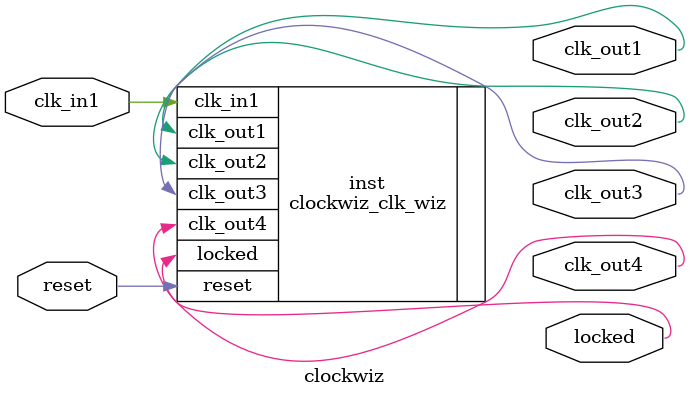
<source format=v>


`timescale 1ps/1ps

(* CORE_GENERATION_INFO = "clockwiz,clk_wiz_v6_0_5_0_0,{component_name=clockwiz,use_phase_alignment=true,use_min_o_jitter=true,use_max_i_jitter=false,use_dyn_phase_shift=false,use_inclk_switchover=false,use_dyn_reconfig=false,enable_axi=0,feedback_source=FDBK_AUTO,PRIMITIVE=PLL,num_out_clk=4,clkin1_period=5.000,clkin2_period=10.0,use_power_down=false,use_reset=true,use_locked=true,use_inclk_stopped=false,feedback_type=SINGLE,CLOCK_MGR_TYPE=NA,manual_override=false}" *)

module clockwiz 
 (
  // Clock out ports
  output        clk_out1,
  output        clk_out2,
  output        clk_out3,
  output        clk_out4,
  // Status and control signals
  input         reset,
  output        locked,
 // Clock in ports
  input         clk_in1
 );

  clockwiz_clk_wiz inst
  (
  // Clock out ports  
  .clk_out1(clk_out1),
  .clk_out2(clk_out2),
  .clk_out3(clk_out3),
  .clk_out4(clk_out4),
  // Status and control signals               
  .reset(reset), 
  .locked(locked),
 // Clock in ports
  .clk_in1(clk_in1)
  );

endmodule

</source>
